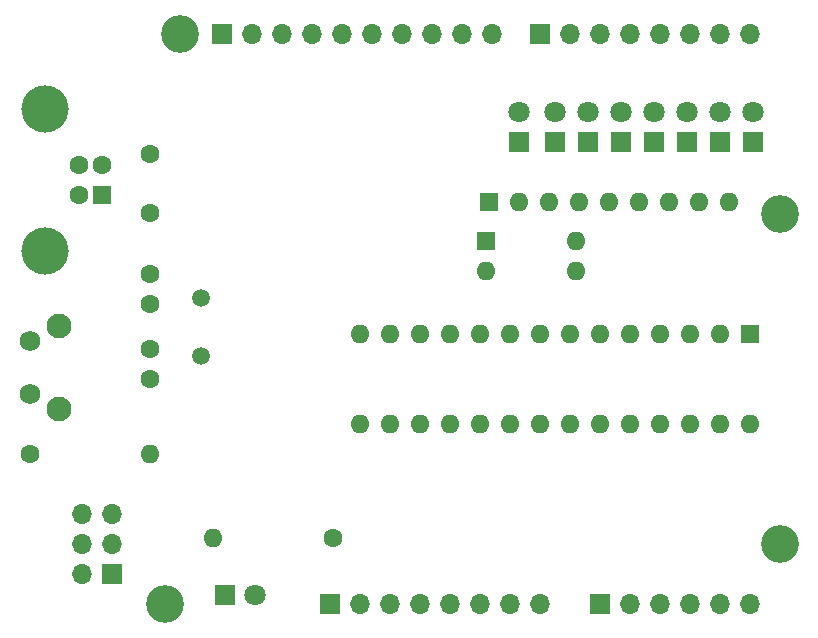
<source format=gbr>
%TF.GenerationSoftware,KiCad,Pcbnew,7.0.5*%
%TF.CreationDate,2023-11-13T20:32:54+01:00*%
%TF.ProjectId,atmega328p_dev_board,61746d65-6761-4333-9238-705f6465765f,rev?*%
%TF.SameCoordinates,Original*%
%TF.FileFunction,Soldermask,Bot*%
%TF.FilePolarity,Negative*%
%FSLAX46Y46*%
G04 Gerber Fmt 4.6, Leading zero omitted, Abs format (unit mm)*
G04 Created by KiCad (PCBNEW 7.0.5) date 2023-11-13 20:32:54*
%MOMM*%
%LPD*%
G01*
G04 APERTURE LIST*
%ADD10R,1.700000X1.700000*%
%ADD11O,1.700000X1.700000*%
%ADD12R,1.600000X1.600000*%
%ADD13O,1.600000X1.600000*%
%ADD14R,1.800000X1.800000*%
%ADD15C,1.800000*%
%ADD16C,3.200000*%
%ADD17C,1.600000*%
%ADD18C,4.000000*%
%ADD19C,1.500000*%
%ADD20C,2.100000*%
%ADD21C,1.750000*%
G04 APERTURE END LIST*
D10*
%TO.C,J1*%
X127940000Y-97460000D03*
D11*
X130480000Y-97460000D03*
X133020000Y-97460000D03*
X135560000Y-97460000D03*
X138100000Y-97460000D03*
X140640000Y-97460000D03*
X143180000Y-97460000D03*
X145720000Y-97460000D03*
%TD*%
D10*
%TO.C,J3*%
X150800000Y-97460000D03*
D11*
X153340000Y-97460000D03*
X155880000Y-97460000D03*
X158420000Y-97460000D03*
X160960000Y-97460000D03*
X163500000Y-97460000D03*
%TD*%
D10*
%TO.C,J2*%
X118796000Y-49200000D03*
D11*
X121336000Y-49200000D03*
X123876000Y-49200000D03*
X126416000Y-49200000D03*
X128956000Y-49200000D03*
X131496000Y-49200000D03*
X134036000Y-49200000D03*
X136576000Y-49200000D03*
X139116000Y-49200000D03*
X141656000Y-49200000D03*
%TD*%
D10*
%TO.C,J4*%
X145720000Y-49200000D03*
D11*
X148260000Y-49200000D03*
X150800000Y-49200000D03*
X153340000Y-49200000D03*
X155880000Y-49200000D03*
X158420000Y-49200000D03*
X160960000Y-49200000D03*
X163500000Y-49200000D03*
%TD*%
D12*
%TO.C,U1*%
X163500000Y-74600000D03*
D13*
X160960000Y-74600000D03*
X158420000Y-74600000D03*
X155880000Y-74600000D03*
X153340000Y-74600000D03*
X150800000Y-74600000D03*
X148260000Y-74600000D03*
X145720000Y-74600000D03*
X143180000Y-74600000D03*
X140640000Y-74600000D03*
X138100000Y-74600000D03*
X135560000Y-74600000D03*
X133020000Y-74600000D03*
X130480000Y-74600000D03*
X130480000Y-82220000D03*
X133020000Y-82220000D03*
X135560000Y-82220000D03*
X138100000Y-82220000D03*
X140640000Y-82220000D03*
X143180000Y-82220000D03*
X145720000Y-82220000D03*
X148260000Y-82220000D03*
X150800000Y-82220000D03*
X153340000Y-82220000D03*
X155880000Y-82220000D03*
X158420000Y-82220000D03*
X160960000Y-82220000D03*
X163500000Y-82220000D03*
%TD*%
D10*
%TO.C,J6*%
X109460000Y-94905000D03*
D11*
X106920000Y-94905000D03*
X109460000Y-92365000D03*
X106920000Y-92365000D03*
X109460000Y-89825000D03*
X106920000Y-89825000D03*
%TD*%
D14*
%TO.C,D7*%
X146990000Y-58344000D03*
D15*
X146990000Y-55804000D03*
%TD*%
D14*
%TO.C,D9*%
X119050000Y-96698000D03*
D15*
X121590000Y-96698000D03*
%TD*%
D14*
%TO.C,D2*%
X160960000Y-58344000D03*
D15*
X160960000Y-55804000D03*
%TD*%
D12*
%TO.C,SW1*%
X141148000Y-66726000D03*
D13*
X141148000Y-69266000D03*
X148768000Y-69266000D03*
X148768000Y-66726000D03*
%TD*%
D14*
%TO.C,D1*%
X163754000Y-58344000D03*
D15*
X163754000Y-55804000D03*
%TD*%
D12*
%TO.C,RN1*%
X141402000Y-63424000D03*
D13*
X143942000Y-63424000D03*
X146482000Y-63424000D03*
X149022000Y-63424000D03*
X151562000Y-63424000D03*
X154102000Y-63424000D03*
X156642000Y-63424000D03*
X159182000Y-63424000D03*
X161722000Y-63424000D03*
%TD*%
D14*
%TO.C,D4*%
X155372000Y-58344000D03*
D15*
X155372000Y-55804000D03*
%TD*%
D16*
%TO.C,MH1*%
X115240000Y-49200000D03*
%TD*%
D17*
%TO.C,C2*%
X112700000Y-78410000D03*
X112700000Y-75910000D03*
%TD*%
%TO.C,C3*%
X112700000Y-64400000D03*
X112700000Y-59400000D03*
%TD*%
D14*
%TO.C,D8*%
X143942000Y-58349000D03*
D15*
X143942000Y-55809000D03*
%TD*%
D12*
%TO.C,J5*%
X108670000Y-62800000D03*
D17*
X108670000Y-60300000D03*
X106670000Y-60300000D03*
X106670000Y-62800000D03*
D18*
X103810000Y-67550000D03*
X103810000Y-55550000D03*
%TD*%
D19*
%TO.C,Y1*%
X117018000Y-76432000D03*
X117018000Y-71552000D03*
%TD*%
D17*
%TO.C,R1*%
X102540000Y-84760000D03*
D13*
X112700000Y-84760000D03*
%TD*%
D14*
%TO.C,D5*%
X152578000Y-58344000D03*
D15*
X152578000Y-55804000D03*
%TD*%
D14*
%TO.C,D6*%
X149784000Y-58349000D03*
D15*
X149784000Y-55809000D03*
%TD*%
D16*
%TO.C,MH2*%
X113970000Y-97460000D03*
%TD*%
%TO.C,MH3*%
X166040000Y-64440000D03*
%TD*%
D14*
%TO.C,D3*%
X158166000Y-58344000D03*
D15*
X158166000Y-55804000D03*
%TD*%
D16*
%TO.C,MH4*%
X166040000Y-92380000D03*
%TD*%
D17*
%TO.C,C1*%
X112700000Y-72060000D03*
X112700000Y-69560000D03*
%TD*%
D20*
%TO.C,SW2*%
X105030000Y-80930000D03*
X105030000Y-73920000D03*
D21*
X102540000Y-79680000D03*
X102540000Y-75180000D03*
%TD*%
D17*
%TO.C,R2*%
X128194000Y-91872000D03*
D13*
X118034000Y-91872000D03*
%TD*%
M02*

</source>
